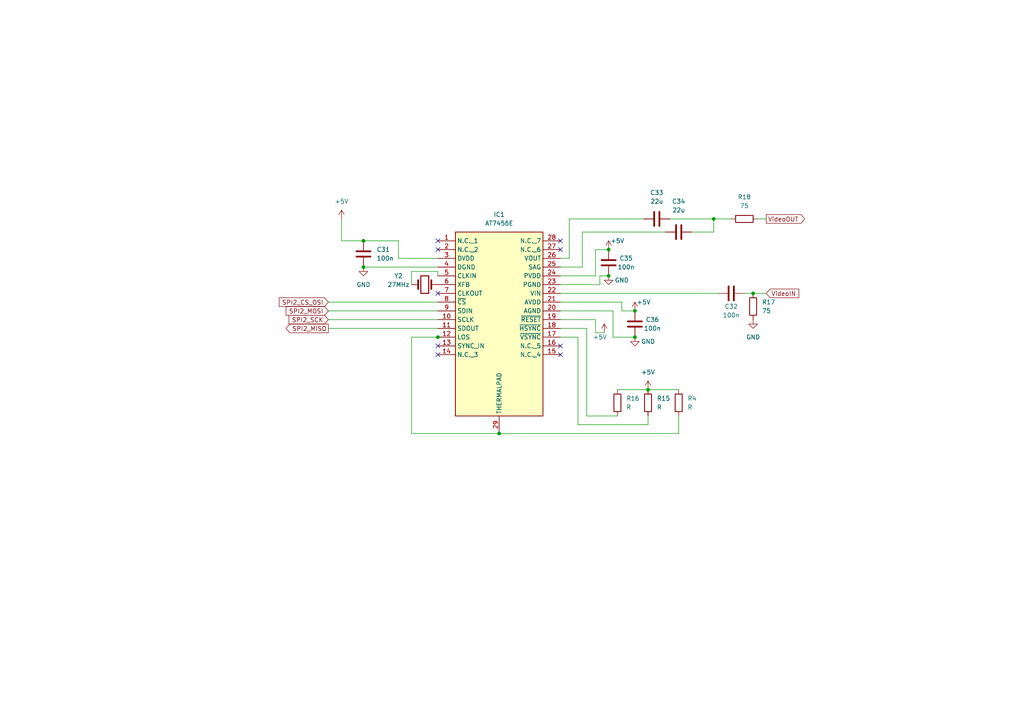
<source format=kicad_sch>
(kicad_sch (version 20230121) (generator eeschema)
  (paper "A4")
  (lib_symbols
    (symbol "Device:C" (pin_numbers hide) (pin_names (offset 0.254))
      (property "Reference" "C" (at 0.635 2.54 0))
      (property "Value" "C" (at 0.635 -2.54 0))
      (symbol "C_0_1"
        (polyline (pts (xy -2.032 -0.762) (xy 2.032 -0.762)) (stroke (width 0.508)))
        (polyline (pts (xy -2.032 0.762) (xy 2.032 0.762)) (stroke (width 0.508)))
      )
      (symbol "C_1_1"
        (pin passive line (at 0 3.81 270) (length 2.794) (name "~") (number "1"))
        (pin passive line (at 0 -3.81 90) (length 2.794) (name "~") (number "2"))
      )
    )
    (symbol "Device:Crystal" (pin_numbers hide) (pin_names (offset 1.016) hide)
      (property "Reference" "Y" (at 0 3.81 0))
      (property "Value" "Crystal" (at 0 -3.81 0))
      (symbol "Crystal_0_1"
        (rectangle (start -1.143 2.54) (end 1.143 -2.54) (stroke (width 0.3048)))
        (polyline (pts (xy -2.54 0) (xy -1.905 0)))
        (polyline (pts (xy -1.905 -1.27) (xy -1.905 1.27)) (stroke (width 0.508)))
        (polyline (pts (xy 1.905 -1.27) (xy 1.905 1.27)) (stroke (width 0.508)))
        (polyline (pts (xy 2.54 0) (xy 1.905 0)))
      )
      (symbol "Crystal_1_1"
        (pin passive line (at -3.81 0 0) (length 1.27) (name "1") (number "1"))
        (pin passive line (at 3.81 0 180) (length 1.27) (name "2") (number "2"))
      )
    )
    (symbol "Device:R" (pin_numbers hide) (pin_names (offset 0))
      (property "Reference" "R" (at 2.032 0 90))
      (property "Value" "R" (at 0 0 90))
      (symbol "R_0_1"
        (rectangle (start -1.016 -2.54) (end 1.016 2.54) (stroke (width 0.254)))
      )
      (symbol "R_1_1"
        (pin passive line (at 0 3.81 270) (length 1.27) (name "~") (number "1"))
        (pin passive line (at 0 -3.81 90) (length 1.27) (name "~") (number "2"))
      )
    )
    (symbol "Project_Library:AT7456E"
      (property "Reference" "IC" (at 31.75 7.62 0))
      (property "Value" "AT7456E" (at 31.75 5.08 0))
      (symbol "AT7456E_1_1"
        (rectangle (start 5.08 2.54) (end 30.48 -50.8) (stroke (width 0.254)) (fill (type background)))
        (pin passive line (at 0 0 0) (length 5.08) (name "N.C._1") (number "1"))
        (pin passive line (at 0 -22.86 0) (length 5.08) (name "SCLK") (number "10"))
        (pin passive line (at 0 -25.4 0) (length 5.08) (name "SDOUT") (number "11"))
        (pin passive line (at 0 -27.94 0) (length 5.08) (name "LOS") (number "12"))
        (pin passive line (at 0 -30.48 0) (length 5.08) (name "SYNC_IN") (number "13"))
        (pin passive line (at 0 -33.02 0) (length 5.08) (name "N.C._3") (number "14"))
        (pin passive line (at 35.56 -33.02 180) (length 5.08) (name "N.C._4") (number "15"))
        (pin passive line (at 35.56 -30.48 180) (length 5.08) (name "N.C._5") (number "16"))
        (pin passive line (at 35.56 -27.94 180) (length 5.08) (name "~{VSYNC}") (number "17"))
        (pin passive line (at 35.56 -25.4 180) (length 5.08) (name "~{HSYNC}") (number "18"))
        (pin passive line (at 35.56 -22.86 180) (length 5.08) (name "~{RESET}") (number "19"))
        (pin passive line (at 0 -2.54 0) (length 5.08) (name "N.C._2") (number "2"))
        (pin passive line (at 35.56 -20.32 180) (length 5.08) (name "AGND") (number "20"))
        (pin passive line (at 35.56 -17.78 180) (length 5.08) (name "AVDD") (number "21"))
        (pin passive line (at 35.56 -15.24 180) (length 5.08) (name "VIN") (number "22"))
        (pin passive line (at 35.56 -12.7 180) (length 5.08) (name "PGND") (number "23"))
        (pin passive line (at 35.56 -10.16 180) (length 5.08) (name "PVDD") (number "24"))
        (pin passive line (at 35.56 -7.62 180) (length 5.08) (name "SAG") (number "25"))
        (pin passive line (at 35.56 -5.08 180) (length 5.08) (name "VOUT") (number "26"))
        (pin passive line (at 35.56 -2.54 180) (length 5.08) (name "N.C._6") (number "27"))
        (pin passive line (at 35.56 0 180) (length 5.08) (name "N.C._7") (number "28"))
        (pin passive line (at 17.78 -55.88 90) (length 5.08) (name "THERMALPAD") (number "29"))
        (pin passive line (at 0 -5.08 0) (length 5.08) (name "DVDD") (number "3"))
        (pin passive line (at 0 -7.62 0) (length 5.08) (name "DGND") (number "4"))
        (pin passive line (at 0 -10.16 0) (length 5.08) (name "CLKIN") (number "5"))
        (pin passive line (at 0 -12.7 0) (length 5.08) (name "XFB") (number "6"))
        (pin passive line (at 0 -15.24 0) (length 5.08) (name "CLKOUT") (number "7"))
        (pin passive line (at 0 -17.78 0) (length 5.08) (name "~{CS}") (number "8"))
        (pin passive line (at 0 -20.32 0) (length 5.08) (name "SDIN") (number "9"))
      )
    )
    (symbol "power:+5V" (power) (pin_names (offset 0))
      (property "Value" "+5V" (at 0 3.556 0))
      (symbol "+5V_0_1"
        (polyline (pts (xy -0.762 1.27) (xy 0 2.54)))
        (polyline (pts (xy 0 0) (xy 0 2.54)))
        (polyline (pts (xy 0 2.54) (xy 0.762 1.27)))
      )
      (symbol "+5V_1_1"
        (pin power_in line (at 0 0 90) (length 0) hide (name "+5V") (number "1"))
      )
    )
    (symbol "power:GND" (power) (pin_names (offset 0))
      (property "Value" "GND" (at 0 -3.81 0))
      (symbol "GND_0_1"
        (polyline (pts (xy 0 0) (xy 0 -1.27) (xy 1.27 -1.27) (xy 0 -2.54) (xy -1.27 -1.27) (xy 0 -1.27)))
      )
      (symbol "GND_1_1"
        (pin power_in line (at 0 0 270) (length 0) hide (name "GND") (number "1"))
      )
    )
  )
  (junction (at 127 97.79))
  (junction (at 105.41 69.85))
  (junction (at 184.15 90.17))
  (junction (at 207.01 63.5))
  (junction (at 187.96 113.03))
  (junction (at 105.41 77.47))
  (junction (at 144.78 125.73))
  (junction (at 184.15 97.79))
  (junction (at 176.53 72.39))
  (junction (at 218.44 85.09))
  (junction (at 176.53 80.01))
  (no_connect (at 162.56 102.87))
  (no_connect (at 127 72.39))
  (no_connect (at 127 85.09))
  (no_connect (at 127 69.85))
  (no_connect (at 162.56 69.85))
  (no_connect (at 162.56 72.39))
  (no_connect (at 162.56 100.33))
  (no_connect (at 127 102.87))
  (no_connect (at 127 100.33))
  (wire (pts (xy 105.41 69.85) (xy 99.06 69.85)))
  (wire (pts (xy 173.99 80.01) (xy 173.99 82.55)))
  (wire (pts (xy 167.64 97.79) (xy 167.64 123.19)))
  (wire (pts (xy 119.38 97.79) (xy 119.38 125.73)))
  (wire (pts (xy 170.18 120.65) (xy 179.07 120.65)))
  (wire (pts (xy 162.56 77.47) (xy 168.91 77.47)))
  (wire (pts (xy 215.9 85.09) (xy 218.44 85.09)))
  (wire (pts (xy 218.44 85.09) (xy 222.25 85.09)))
  (wire (pts (xy 180.34 87.63) (xy 180.34 90.17)))
  (wire (pts (xy 115.57 69.85) (xy 115.57 74.93)))
  (wire (pts (xy 187.96 123.19) (xy 187.96 120.65)))
  (wire (pts (xy 194.31 63.5) (xy 207.01 63.5)))
  (wire (pts (xy 167.64 123.19) (xy 187.96 123.19)))
  (wire (pts (xy 200.66 67.31) (xy 207.01 67.31)))
  (wire (pts (xy 99.06 63.5) (xy 99.06 69.85)))
  (wire (pts (xy 180.34 90.17) (xy 184.15 90.17)))
  (wire (pts (xy 162.56 80.01) (xy 172.72 80.01)))
  (wire (pts (xy 168.91 67.31) (xy 168.91 77.47)))
  (wire (pts (xy 95.25 95.25) (xy 127 95.25)))
  (wire (pts (xy 172.72 72.39) (xy 172.72 80.01)))
  (wire (pts (xy 162.56 97.79) (xy 167.64 97.79)))
  (wire (pts (xy 165.1 63.5) (xy 186.69 63.5)))
  (wire (pts (xy 105.41 77.47) (xy 127 77.47)))
  (wire (pts (xy 219.71 63.5) (xy 222.25 63.5)))
  (wire (pts (xy 196.85 125.73) (xy 196.85 120.65)))
  (wire (pts (xy 95.25 90.17) (xy 127 90.17)))
  (wire (pts (xy 187.96 113.03) (xy 196.85 113.03)))
  (wire (pts (xy 162.56 87.63) (xy 180.34 87.63)))
  (wire (pts (xy 172.72 72.39) (xy 176.53 72.39)))
  (wire (pts (xy 170.18 95.25) (xy 170.18 120.65)))
  (wire (pts (xy 95.25 92.71) (xy 127 92.71)))
  (wire (pts (xy 128.27 97.79) (xy 127 97.79)))
  (wire (pts (xy 162.56 92.71) (xy 172.72 92.71)))
  (wire (pts (xy 172.72 96.52) (xy 175.26 96.52)))
  (wire (pts (xy 172.72 92.71) (xy 172.72 96.52)))
  (wire (pts (xy 165.1 74.93) (xy 165.1 63.5)))
  (wire (pts (xy 173.99 82.55) (xy 162.56 82.55)))
  (wire (pts (xy 127 97.79) (xy 119.38 97.79)))
  (wire (pts (xy 162.56 74.93) (xy 165.1 74.93)))
  (wire (pts (xy 168.91 67.31) (xy 193.04 67.31)))
  (wire (pts (xy 95.25 87.63) (xy 127 87.63)))
  (wire (pts (xy 162.56 90.17) (xy 177.8 90.17)))
  (wire (pts (xy 162.56 95.25) (xy 170.18 95.25)))
  (wire (pts (xy 119.38 82.55) (xy 119.38 78.74)))
  (wire (pts (xy 127 78.74) (xy 127 80.01)))
  (wire (pts (xy 179.07 113.03) (xy 187.96 113.03)))
  (wire (pts (xy 207.01 67.31) (xy 207.01 63.5)))
  (wire (pts (xy 162.56 85.09) (xy 208.28 85.09)))
  (wire (pts (xy 177.8 90.17) (xy 177.8 97.79)))
  (wire (pts (xy 177.8 97.79) (xy 184.15 97.79)))
  (wire (pts (xy 119.38 125.73) (xy 144.78 125.73)))
  (wire (pts (xy 144.78 125.73) (xy 196.85 125.73)))
  (wire (pts (xy 115.57 69.85) (xy 105.41 69.85)))
  (wire (pts (xy 119.38 78.74) (xy 127 78.74)))
  (wire (pts (xy 207.01 63.5) (xy 212.09 63.5)))
  (wire (pts (xy 115.57 74.93) (xy 127 74.93)))
  (wire (pts (xy 173.99 80.01) (xy 176.53 80.01)))
  (global_label "SPI2_SCK" (shape input) (at 95.25 92.71 180) (property "Intersheetrefs" "${INTERSHEET_REFS}" (effects hide)))
  (global_label "VideoOUT" (shape output) (at 222.25 63.5 0) (property "Intersheetrefs" "${INTERSHEET_REFS}" (effects hide)))
  (global_label "SPI2_CS_OSI" (shape input) (at 95.25 87.63 180) (property "Intersheetrefs" "${INTERSHEET_REFS}" (effects hide)))
  (global_label "SPI2_MOSI" (shape input) (at 95.25 90.17 180) (property "Intersheetrefs" "${INTERSHEET_REFS}" (effects hide)))
  (global_label "SPI2_MISO" (shape output) (at 95.25 95.25 180) (property "Intersheetrefs" "${INTERSHEET_REFS}" (effects hide)))
  (global_label "VideoIN" (shape input) (at 222.25 85.09 0) (property "Intersheetrefs" "${INTERSHEET_REFS}" (effects hide)))
  (symbol (lib_id "Device:R") (at 196.85 116.84 0) (unit 1)
    (property "Reference" "R4" (at 199.39 115.57 0) (effects (justify left)))
    (property "Value" "R" (at 199.39 118.11 0) (effects (justify left)))
  )
  (symbol (lib_id "Device:C") (at 212.09 85.09 90) (unit 1)
    (property "Reference" "C32" (at 212.09 88.9 90))
    (property "Value" "100n" (at 212.09 91.44 90))
  )
  (symbol (lib_id "Device:R") (at 215.9 63.5 90) (unit 1)
    (property "Reference" "R18" (at 215.9 57.15 90))
    (property "Value" "75" (at 215.9 59.69 90))
  )
  (symbol (lib_id "power:+5V") (at 184.15 90.17 0) (unit 1)
    (property "Reference" "#PWR059" (effects hide))
    (property "Value" "+5V" (at 186.69 87.63 0))
  )
  (symbol (lib_id "power:GND") (at 184.15 97.79 0) (unit 1)
    (property "Reference" "#PWR060" (effects hide))
    (property "Value" "GND" (at 187.96 99.06 0))
  )
  (symbol (lib_id "Device:C") (at 184.15 93.98 180) (unit 1)
    (property "Reference" "C36" (at 189.23 92.71 0))
    (property "Value" "100n" (at 189.23 95.25 0))
  )
  (symbol (lib_id "Project_Library:AT7456E") (at 127 69.85 0) (unit 1)
    (property "Reference" "IC1" (at 144.78 62.23 0))
    (property "Value" "AT7456E" (at 144.78 64.77 0))
    (property "Footprint" "SOP65P640X120-29N" (effects hide))
    (property "Datasheet" "https://datasheet.lcsc.com/szlcsc/ZHONGKEWEI-AT7456E_C82351.pdf" (effects hide))
    (property "Height" "1.2" (effects hide))
    (property "Manufacturer_Name" "ICOF" (effects hide))
    (property "Manufacturer_Part_Number" "AT7456E" (effects hide))
  )
  (symbol (lib_id "Device:C") (at 190.5 63.5 90) (unit 1)
    (property "Reference" "C33" (at 190.5 55.88 90))
    (property "Value" "22u" (at 190.5 58.42 90))
  )
  (symbol (lib_id "Device:Crystal") (at 123.19 82.55 180) (unit 1)
    (property "Reference" "Y2" (at 115.57 80.01 0))
    (property "Value" "27MHz" (at 115.57 82.55 0))
  )
  (symbol (lib_id "power:+5V") (at 175.26 96.52 0) (unit 1)
    (property "Reference" "#PWR061" (effects hide))
    (property "Value" "+5V" (at 173.99 97.79 0))
  )
  (symbol (lib_id "Device:R") (at 179.07 116.84 0) (unit 1)
    (property "Reference" "R16" (at 181.61 115.57 0) (effects (justify left)))
    (property "Value" "R" (at 181.61 118.11 0) (effects (justify left)))
  )
  (symbol (lib_id "power:GND") (at 105.41 77.47 0) (unit 1)
    (property "Reference" "#PWR043" (effects hide))
    (property "Value" "GND" (at 105.41 82.55 0))
  )
  (symbol (lib_id "Device:C") (at 196.85 67.31 90) (unit 1)
    (property "Reference" "C34" (at 196.85 58.42 90))
    (property "Value" "22u" (at 196.85 60.96 90))
  )
  (symbol (lib_id "Device:R") (at 218.44 88.9 0) (unit 1)
    (property "Reference" "R17" (at 220.98 87.63 0) (effects (justify left)))
    (property "Value" "75" (at 220.98 90.17 0) (effects (justify left)))
  )
  (symbol (lib_id "power:+5V") (at 99.06 63.5 0) (unit 1)
    (property "Reference" "#PWR021" (effects hide))
    (property "Value" "+5V" (at 99.06 58.42 0))
  )
  (symbol (lib_id "Device:C") (at 176.53 76.2 180) (unit 1)
    (property "Reference" "C35" (at 181.61 74.93 0))
    (property "Value" "100n" (at 181.61 77.47 0))
  )
  (symbol (lib_id "Device:R") (at 187.96 116.84 0) (unit 1)
    (property "Reference" "R15" (at 190.5 115.57 0) (effects (justify left)))
    (property "Value" "R" (at 190.5 118.11 0) (effects (justify left)))
  )
  (symbol (lib_id "power:GND") (at 218.44 92.71 0) (unit 1)
    (property "Reference" "#PWR056" (effects hide))
    (property "Value" "GND" (at 218.44 97.79 0))
  )
  (symbol (lib_id "power:GND") (at 176.53 80.01 0) (unit 1)
    (property "Reference" "#PWR058" (effects hide))
    (property "Value" "GND" (at 180.34 81.28 0))
  )
  (symbol (lib_id "Device:C") (at 105.41 73.66 0) (unit 1)
    (property "Reference" "C31" (at 109.22 72.39 0) (effects (justify left)))
    (property "Value" "100n" (at 109.22 74.93 0) (effects (justify left)))
  )
  (symbol (lib_id "power:+5V") (at 176.53 72.39 0) (unit 1)
    (property "Reference" "#PWR057" (effects hide))
    (property "Value" "+5V" (at 179.07 69.85 0))
  )
  (symbol (lib_id "power:+5V") (at 187.96 113.03 0) (unit 1)
    (property "Reference" "#PWR055" (effects hide))
    (property "Value" "+5V" (at 187.96 107.95 0))
  )
)
</source>
